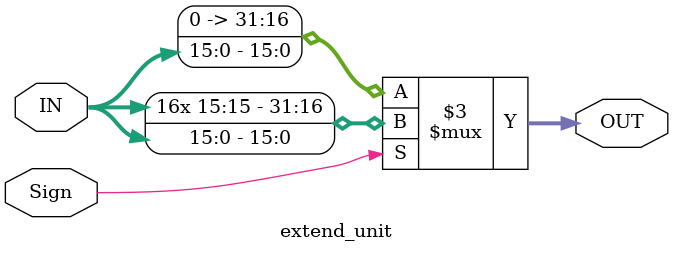
<source format=v>
module extend_unit (
	input [15:0] IN,
	input Sign,
	output reg [31:0] OUT
);
	always @ (*)
	begin
	if (Sign)
		OUT = {{16{IN[15]}},IN};
	else
		OUT = {{16{1'b0}},IN};
	end
	
endmodule
</source>
